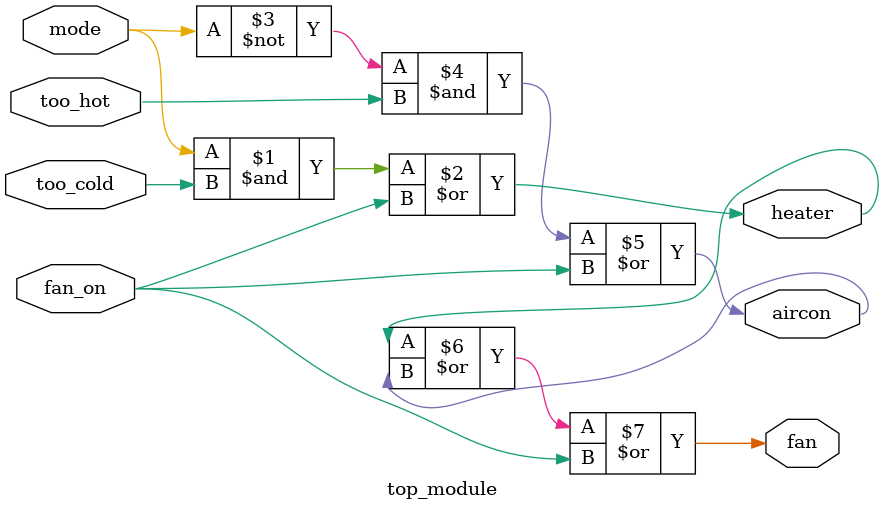
<source format=sv>
module top_module(
	input mode,
	input too_cold, 
	input too_hot,
	input fan_on,
	output heater,
	output aircon,
	output fan
);

	assign heater = (mode & too_cold) | fan_on;
	assign aircon = (~mode & too_hot) | fan_on;
	assign fan = heater | aircon | fan_on;

endmodule

</source>
